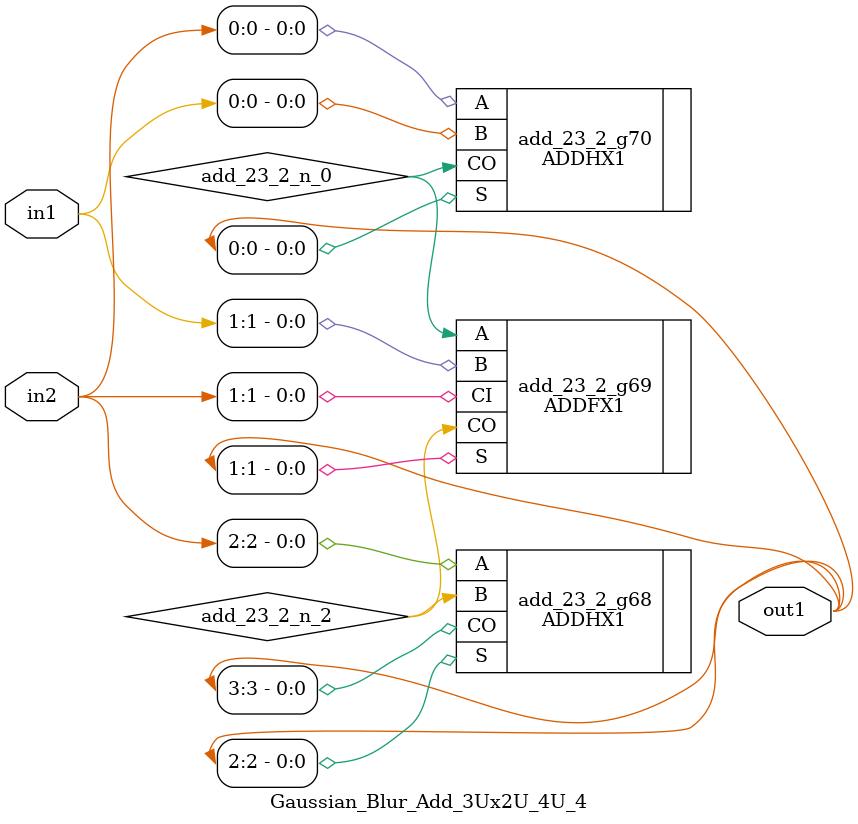
<source format=v>
`timescale 1ps / 1ps


module Gaussian_Blur_Add_3Ux2U_4U_4(in2, in1, out1);
  input [2:0] in2;
  input [1:0] in1;
  output [3:0] out1;
  wire [2:0] in2;
  wire [1:0] in1;
  wire [3:0] out1;
  wire add_23_2_n_0, add_23_2_n_2;
  ADDHX1 add_23_2_g68(.A (in2[2]), .B (add_23_2_n_2), .CO (out1[3]), .S
       (out1[2]));
  ADDFX1 add_23_2_g69(.A (add_23_2_n_0), .B (in1[1]), .CI (in2[1]), .CO
       (add_23_2_n_2), .S (out1[1]));
  ADDHX1 add_23_2_g70(.A (in2[0]), .B (in1[0]), .CO (add_23_2_n_0), .S
       (out1[0]));
endmodule


</source>
